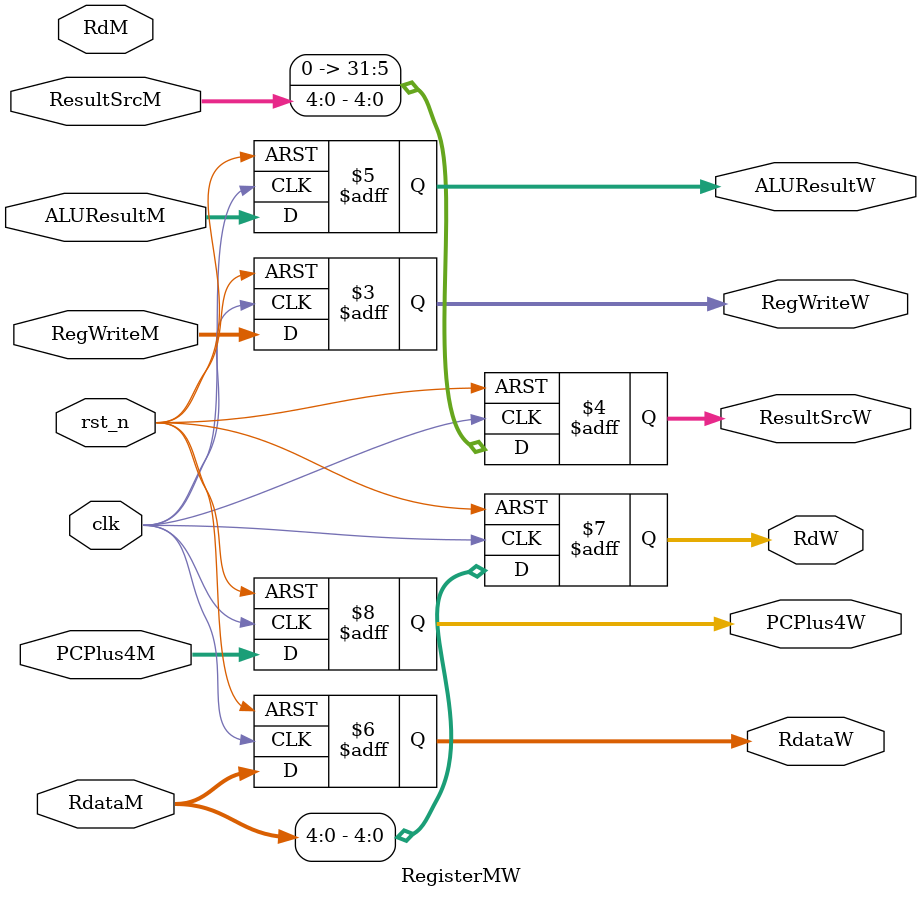
<source format=sv>
module RegisterMW(clk, rst_n, RegWriteM, ResultSrcM, ALUResultM, RdataM, RdM, PCPlus4M,
                    RegWriteW, ResultSrcW, ALUResultW, RdataW, RdW, PCPlus4W
);
    input  logic         clk;
    input  logic         rst_n;
    input  logic [31: 0] RegWriteM;
    input  logic [4:  0] ResultSrcM;
    input  logic [31: 0] ALUResultM;
    input  logic [31: 0] RdataM;
    input  logic [4:  0] RdM;
    input  logic [31: 0] PCPlus4M;

    output logic [31: 0] RegWriteW;
    output logic [31: 0] ResultSrcW;
    output logic [31: 0] ALUResultW;
    output logic [31: 0] RdataW;
    output logic [4:  0] RdW;
    output logic [31: 0] PCPlus4W;


    always_ff @(posedge clk or negedge rst_n) begin
        if (!rst_n) begin
            RegWriteW  <= 32'h0;
            ResultSrcW <= 32'h0;
            ALUResultW <= 32'h0;
            RdataW     <= 32'h0;
            RdW        <= 32'h0;
            PCPlus4W   <= 32'h0;
        end
        else begin
            RegWriteW  <= RegWriteM;
            ResultSrcW <= ResultSrcM;
            ALUResultW <= ALUResultM;
            RdataW     <= RdataM;
            RdW        <= RdataM;
            PCPlus4W   <= PCPlus4M;
        end
    end


endmodule
</source>
